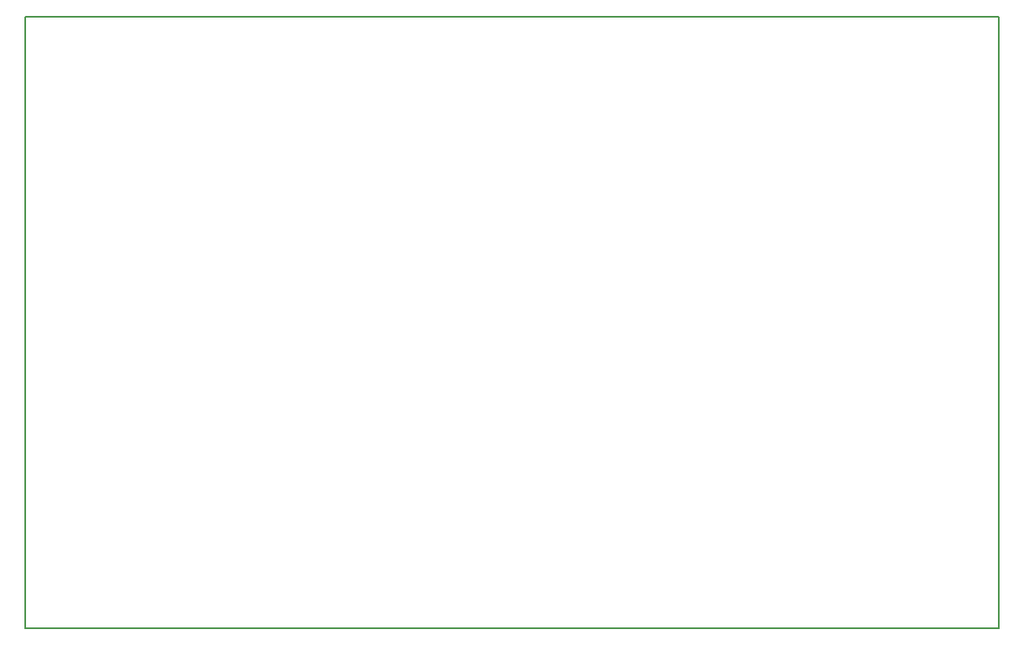
<source format=gbr>
G04 PROTEUS GERBER X2 FILE*
%TF.GenerationSoftware,Labcenter,Proteus,8.5-SP0-Build22067*%
%TF.CreationDate,2018-02-20T23:24:37+00:00*%
%TF.FileFunction,NonPlated,1,16,NPTH*%
%TF.FilePolarity,Positive*%
%TF.Part,Single*%
%FSLAX45Y45*%
%MOMM*%
G01*
%TA.AperFunction,Profile*%
%ADD18C,0.203200*%
D18*
X-3200400Y+3385820D02*
X+6608460Y+3385820D01*
X+6608460Y+9565040D01*
X-3200400Y+9565040D01*
X-3200400Y+3385820D01*
M02*

</source>
